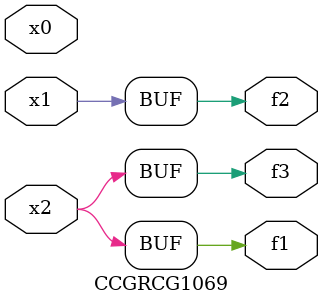
<source format=v>
module CCGRCG1069(
	input x0, x1, x2,
	output f1, f2, f3
);
	assign f1 = x2;
	assign f2 = x1;
	assign f3 = x2;
endmodule

</source>
